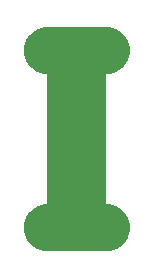
<source format=gbr>
%TF.GenerationSoftware,KiCad,Pcbnew,6.0.1-79c1e3a40b~116~ubuntu20.04.1*%
%TF.CreationDate,2022-01-29T11:44:29+01:00*%
%TF.ProjectId,pcb-connector,7063622d-636f-46e6-9e65-63746f722e6b,rev?*%
%TF.SameCoordinates,Original*%
%TF.FileFunction,Soldermask,Top*%
%TF.FilePolarity,Negative*%
%FSLAX46Y46*%
G04 Gerber Fmt 4.6, Leading zero omitted, Abs format (unit mm)*
G04 Created by KiCad (PCBNEW 6.0.1-79c1e3a40b~116~ubuntu20.04.1) date 2022-01-29 11:44:29*
%MOMM*%
%LPD*%
G01*
G04 APERTURE LIST*
%ADD10C,3.400000*%
G04 APERTURE END LIST*
%TO.C,J2*%
G36*
X150000000Y-85500000D02*
G01*
X147000000Y-85500000D01*
X147000000Y-79500000D01*
X150000000Y-79500000D01*
X150000000Y-85500000D01*
G37*
%TO.C,J1*%
G36*
X148000000Y-85500000D02*
G01*
X145000000Y-85500000D01*
X145000000Y-79500000D01*
X148000000Y-79500000D01*
X148000000Y-85500000D01*
G37*
%TD*%
D10*
%TO.C,H4*%
X145000000Y-90000000D03*
%TD*%
%TO.C,H3*%
X150000000Y-75000000D03*
%TD*%
%TO.C,H1*%
X145000000Y-75000000D03*
%TD*%
%TO.C,H2*%
X150000000Y-90000000D03*
%TD*%
G36*
X150004487Y-73000321D02*
G01*
X150275645Y-73019714D01*
X150293440Y-73022273D01*
X150554654Y-73079097D01*
X150571903Y-73084161D01*
X150822386Y-73177586D01*
X150838740Y-73185055D01*
X151073375Y-73313176D01*
X151088498Y-73322895D01*
X151302510Y-73483103D01*
X151316096Y-73494876D01*
X151505124Y-73683904D01*
X151516897Y-73697490D01*
X151677105Y-73911502D01*
X151686824Y-73926625D01*
X151814945Y-74161260D01*
X151822414Y-74177614D01*
X151915839Y-74428097D01*
X151920903Y-74445346D01*
X151977727Y-74706560D01*
X151980286Y-74724355D01*
X151999357Y-74991012D01*
X151999357Y-75008988D01*
X151980286Y-75275645D01*
X151977727Y-75293440D01*
X151920903Y-75554654D01*
X151915839Y-75571903D01*
X151822414Y-75822386D01*
X151814945Y-75838740D01*
X151686824Y-76073375D01*
X151677105Y-76088498D01*
X151516897Y-76302510D01*
X151505124Y-76316096D01*
X151316096Y-76505124D01*
X151302510Y-76516897D01*
X151088498Y-76677105D01*
X151073375Y-76686824D01*
X150838740Y-76814945D01*
X150822386Y-76822414D01*
X150571903Y-76915839D01*
X150554654Y-76920903D01*
X150293440Y-76977727D01*
X150275645Y-76980286D01*
X150018068Y-76998708D01*
X150003187Y-77004258D01*
X150000656Y-77007640D01*
X150000000Y-77011274D01*
X150000000Y-87981885D01*
X150004475Y-87997124D01*
X150007669Y-87999892D01*
X150011245Y-88000804D01*
X150275645Y-88019714D01*
X150293440Y-88022273D01*
X150554654Y-88079097D01*
X150571903Y-88084161D01*
X150822386Y-88177586D01*
X150838740Y-88185055D01*
X151073375Y-88313176D01*
X151088498Y-88322895D01*
X151302510Y-88483103D01*
X151316096Y-88494876D01*
X151505124Y-88683904D01*
X151516897Y-88697490D01*
X151677105Y-88911502D01*
X151686824Y-88926625D01*
X151814945Y-89161260D01*
X151822414Y-89177614D01*
X151915839Y-89428097D01*
X151920903Y-89445346D01*
X151977727Y-89706560D01*
X151980286Y-89724355D01*
X151999357Y-89991012D01*
X151999357Y-90008988D01*
X151980286Y-90275645D01*
X151977727Y-90293440D01*
X151920903Y-90554654D01*
X151915839Y-90571903D01*
X151822414Y-90822386D01*
X151814945Y-90838740D01*
X151686824Y-91073375D01*
X151677105Y-91088498D01*
X151516897Y-91302510D01*
X151505124Y-91316096D01*
X151316096Y-91505124D01*
X151302510Y-91516897D01*
X151088498Y-91677105D01*
X151073375Y-91686824D01*
X150838740Y-91814945D01*
X150822386Y-91822414D01*
X150571903Y-91915839D01*
X150554654Y-91920903D01*
X150293440Y-91977727D01*
X150275645Y-91980286D01*
X150004487Y-91999679D01*
X149995499Y-92000000D01*
X145004501Y-92000000D01*
X144995513Y-91999679D01*
X144724355Y-91980286D01*
X144706560Y-91977727D01*
X144445346Y-91920903D01*
X144428097Y-91915839D01*
X144177614Y-91822414D01*
X144161260Y-91814945D01*
X143926625Y-91686824D01*
X143911502Y-91677105D01*
X143697490Y-91516897D01*
X143683904Y-91505124D01*
X143494876Y-91316096D01*
X143483103Y-91302510D01*
X143322895Y-91088498D01*
X143313176Y-91073375D01*
X143185055Y-90838740D01*
X143177586Y-90822386D01*
X143084161Y-90571903D01*
X143079097Y-90554654D01*
X143022273Y-90293440D01*
X143019714Y-90275645D01*
X143000643Y-90008988D01*
X143000643Y-89991012D01*
X143019714Y-89724355D01*
X143022273Y-89706560D01*
X143079097Y-89445346D01*
X143084161Y-89428097D01*
X143177586Y-89177614D01*
X143185055Y-89161260D01*
X143313176Y-88926625D01*
X143322895Y-88911502D01*
X143483103Y-88697490D01*
X143494876Y-88683904D01*
X143683904Y-88494876D01*
X143697490Y-88483103D01*
X143911502Y-88322895D01*
X143926625Y-88313176D01*
X144161260Y-88185055D01*
X144177614Y-88177586D01*
X144428097Y-88084161D01*
X144445346Y-88079097D01*
X144706560Y-88022273D01*
X144724355Y-88019714D01*
X144981932Y-88001292D01*
X144996813Y-87995742D01*
X144999344Y-87992360D01*
X145000000Y-87988726D01*
X145000000Y-77018115D01*
X144995525Y-77002876D01*
X144992331Y-77000108D01*
X144988755Y-76999196D01*
X144724355Y-76980286D01*
X144706560Y-76977727D01*
X144445346Y-76920903D01*
X144428097Y-76915839D01*
X144177614Y-76822414D01*
X144161260Y-76814945D01*
X143926625Y-76686824D01*
X143911502Y-76677105D01*
X143697490Y-76516897D01*
X143683904Y-76505124D01*
X143494876Y-76316096D01*
X143483103Y-76302510D01*
X143322895Y-76088498D01*
X143313176Y-76073375D01*
X143185055Y-75838740D01*
X143177586Y-75822386D01*
X143084161Y-75571903D01*
X143079097Y-75554654D01*
X143022273Y-75293440D01*
X143019714Y-75275645D01*
X143000643Y-75008988D01*
X143000643Y-74991012D01*
X143019714Y-74724355D01*
X143022273Y-74706560D01*
X143079097Y-74445346D01*
X143084161Y-74428097D01*
X143177586Y-74177614D01*
X143185055Y-74161260D01*
X143313176Y-73926625D01*
X143322895Y-73911502D01*
X143483103Y-73697490D01*
X143494876Y-73683904D01*
X143683904Y-73494876D01*
X143697490Y-73483103D01*
X143911502Y-73322895D01*
X143926625Y-73313176D01*
X144161260Y-73185055D01*
X144177614Y-73177586D01*
X144428097Y-73084161D01*
X144445346Y-73079097D01*
X144706560Y-73022273D01*
X144724355Y-73019714D01*
X144995513Y-73000321D01*
X145004501Y-73000000D01*
X149995499Y-73000000D01*
X150004487Y-73000321D01*
G37*
M02*

</source>
